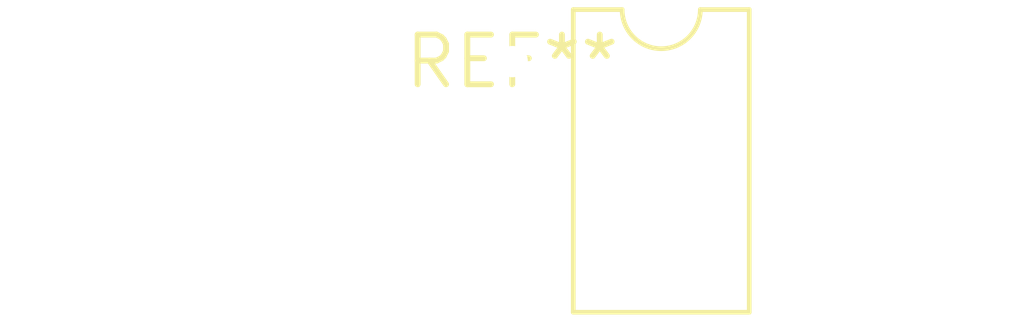
<source format=kicad_pcb>
(kicad_pcb (version 20240108) (generator pcbnew)
  (layers (0 "F.Cu" signal) (31 "B.Cu" signal) (34 "B.Paste" user) (35 "F.Paste" user) (36 "B.SilkS" user "B.Silkscreen") (37 "F.SilkS" user "F.Silkscreen") (38 "B.Mask" user) (39 "F.Mask" user) (44 "Edge.Cuts" user))
  (net 0 "")
  (footprint "DIP-6_W7.62mm_LongPads" (layer "F.Cu") (at 0 0)
    (property "Reference" "REF**")
    (property "Value" "DIP-6_W7.62mm_LongPads")
    (fp_line (start 1.56 -1.33) (end 1.56 6.41) (layer "F.SilkS") (stroke (width 0.12)))
    (fp_line (start 1.56 6.41) (end 6.06 6.41) (layer "F.SilkS") (stroke (width 0.12)))
    (fp_line (start 2.81 -1.33) (end 1.56 -1.33) (layer "F.SilkS") (stroke (width 0.12)))
    (fp_line (start 6.06 -1.33) (end 4.81 -1.33) (layer "F.SilkS") (stroke (width 0.12)))
    (fp_line (start 6.06 6.41) (end 6.06 -1.33) (layer "F.SilkS") (stroke (width 0.12)))
    (fp_arc (start 4.81 -1.33) (mid 3.81 -0.33) (end 2.81 -1.33) (layer "F.SilkS") (stroke (width 0.12)))
    (pad "1" thru_hole rect (at 0 0) (size 2.4 1.6) (drill 0.8) (layers *.Cu *.Mask) (remove_unused_layers))
    (pad "2" thru_hole oval (at 0 2.54) (size 2.4 1.6) (drill 0.8) (layers *.Cu *.Mask) (remove_unused_layers))
    (pad "3" thru_hole oval (at 0 5.08) (size 2.4 1.6) (drill 0.8) (layers *.Cu *.Mask) (remove_unused_layers))
    (pad "4" thru_hole oval (at 7.62 5.08) (size 2.4 1.6) (drill 0.8) (layers *.Cu *.Mask) (remove_unused_layers))
    (pad "5" thru_hole oval (at 7.62 2.54) (size 2.4 1.6) (drill 0.8) (layers *.Cu *.Mask) (remove_unused_layers))
    (pad "6" thru_hole oval (at 7.62 0) (size 2.4 1.6) (drill 0.8) (layers *.Cu *.Mask) (remove_unused_layers))
  )
)
</source>
